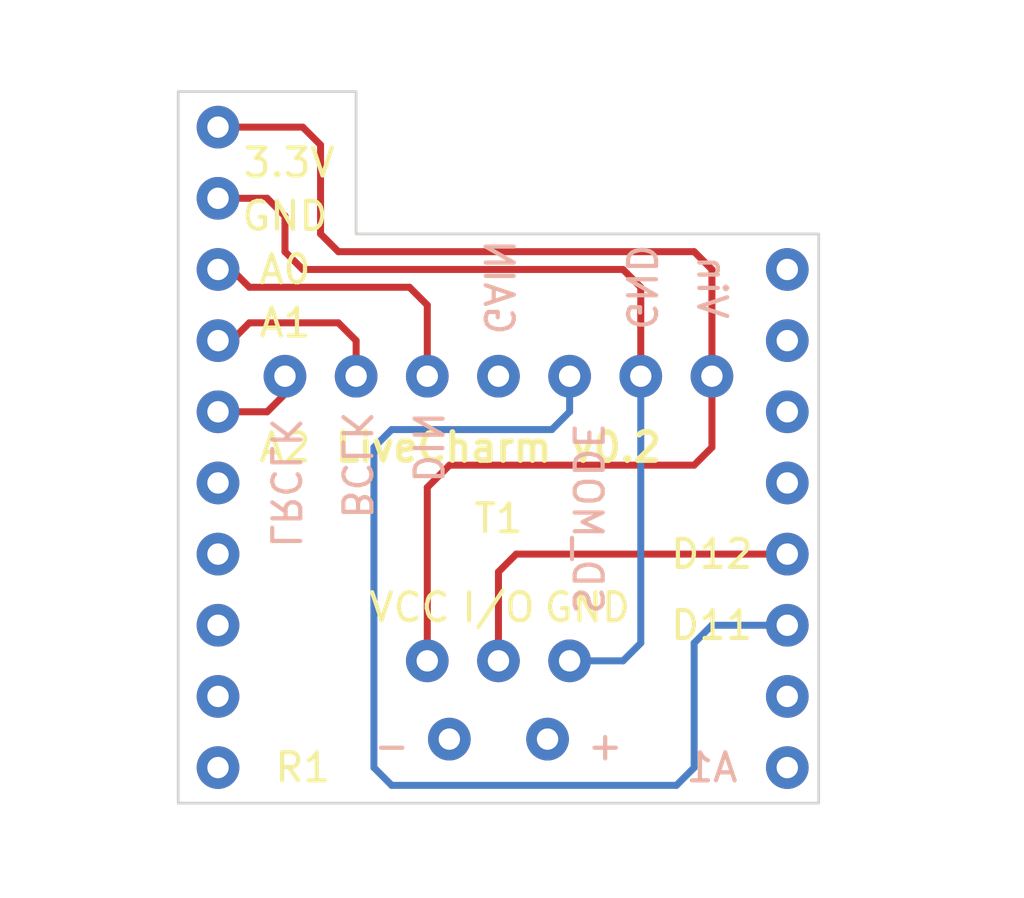
<source format=kicad_pcb>
(kicad_pcb (version 20211014) (generator pcbnew)
  (title_block (title "LiveCharm") (company "Yzwlab"))
  (layers (0 "F.Cu" signal) (31 "B.Cu" signal) (34 "B.Paste" user) (35 "F.Paste" user) (36 "B.SilkS" user "B.Silkscreen") (37 "F.SilkS" user "F.Silkscreen") (38 "B.Mask" user) (39 "F.Mask" user) (44 "Edge.Cuts" user))
  (net 0 "")
  (net 1 "Net-(A1-Pad1)")
  (net 2 "Net-(A1-Pad2)")
  (net 3 "Net-(A1-Pad3)")
  (net 5 "Net-(A1-Pad5)")
  (net 6 "Net-(A1-Pad6)")
  (net 7 "Net-(A1-Pad7)")
  (net 18 "Net-(R1-Pad21)")
  (footprint "adafruit_footprint:adafruit-feather-rp2040-pico" (layer "F.Cu") (at 123.34 80.01)
    (fp_text reference "R1" (at -7.135 0 unlocked) (layer "F.SilkS"))
    (fp_text value "adafruit-feather-rp2040-pico")
    (fp_text user "3.3V" (at -7.62 -21.59 unlocked) (layer "F.SilkS"))
    (fp_text user "A0" (at -7.77 -17.78 unlocked) (layer "F.SilkS"))
    (fp_text user "GND" (at -7.77 -19.685 unlocked) (layer "F.SilkS"))
    (fp_text user "A1" (at -7.77 -15.875 unlocked) (layer "F.SilkS"))
    (fp_text user "A2" (at -7.77 -11.43 unlocked) (layer "F.SilkS"))
    (pad "3" thru_hole circle (at -10.16 -22.86) (size 1.524 1.524) (drill 0.762) (layers *.Cu *.Mask) (net 1 "Net-(A1-Pad1)"))
    (pad "4" thru_hole circle (at -10.16 -20.32) (size 1.524 1.524) (drill 0.762) (layers *.Cu *.Mask) (net 2 "Net-(A1-Pad2)"))
    (pad "5" thru_hole circle (at -10.16 -17.78) (size 1.524 1.524) (drill 0.762) (layers *.Cu *.Mask) (net 5 "Net-(A1-Pad5)"))
    (pad "6" thru_hole circle (at -10.16 -15.24) (size 1.524 1.524) (drill 0.762) (layers *.Cu *.Mask) (net 6 "Net-(A1-Pad6)"))
    (pad "7" thru_hole circle (at -10.16 -12.7) (size 1.524 1.524) (drill 0.762) (layers *.Cu *.Mask) (net 7 "Net-(A1-Pad7)"))
    (pad "8" thru_hole circle (at -10.16 -10.16) (size 1.524 1.524) (drill 0.762) (layers *.Cu *.Mask))
    (pad "9" thru_hole circle (at -10.16 -7.62) (size 1.524 1.524) (drill 0.762) (layers *.Cu *.Mask))
    (pad "10" thru_hole circle (at -10.16 -5.08) (size 1.524 1.524) (drill 0.762) (layers *.Cu *.Mask))
    (pad "11" thru_hole circle (at -10.16 -2.54) (size 1.524 1.524) (drill 0.762) (layers *.Cu *.Mask))
    (pad "12" thru_hole circle (at -10.16 0) (size 1.524 1.524) (drill 0.762) (layers *.Cu *.Mask))
    (pad "17" thru_hole circle (at 10.16 -17.78) (size 1.524 1.524) (drill 0.762) (layers *.Cu *.Mask))
    (pad "18" thru_hole circle (at 10.16 -15.24) (size 1.524 1.524) (drill 0.762) (layers *.Cu *.Mask))
    (pad "19" thru_hole circle (at 10.16 -12.7) (size 1.524 1.524) (drill 0.762) (layers *.Cu *.Mask))
    (pad "20" thru_hole circle (at 10.16 -10.16) (size 1.524 1.524) (drill 0.762) (layers *.Cu *.Mask))
    (pad "21" thru_hole circle (at 10.16 -7.62) (size 1.524 1.524) (drill 0.762) (layers *.Cu *.Mask) (net 18 "Net-(R1-Pad21)"))
    (pad "22" thru_hole circle (at 10.16 -5.08) (size 1.524 1.524) (drill 0.762) (layers *.Cu *.Mask) (net 3 "Net-(A1-Pad3)"))
    (pad "23" thru_hole circle (at 10.16 -2.54) (size 1.524 1.524) (drill 0.762) (layers *.Cu *.Mask))
    (pad "24" thru_hole circle (at 10.16 0) (size 1.524 1.524) (drill 0.762) (layers *.Cu *.Mask))
  )
  (footprint "adafruit_footprint:adafruit-max98357-i2s-class-d-mono-amp" (layer "B.Cu") (at 123.19 73.66)
    (fp_text reference "A1" (at 7.62 6.35 unlocked) (layer "B.SilkS") (effects (justify mirror)))
    (fp_text value "adafruit-max98357-i2s-class-d-mono-amp")
    (fp_text user "GAIN" (at 0 -10.795 270 unlocked) (layer "B.SilkS") (effects (justify mirror)))
    (fp_text user "DIN" (at -2.54 -5.08 270 unlocked) (layer "B.SilkS") (effects (justify mirror)))
    (fp_text user "-" (at -3.81 5.715 180 unlocked) (layer "B.SilkS") (effects (justify mirror)))
    (fp_text user "Vin" (at 7.62 -10.795 -90 unlocked) (layer "B.SilkS") (effects (justify mirror)))
    (fp_text user "+" (at 3.81 5.715 180 unlocked) (layer "B.SilkS") (effects (justify mirror)))
    (fp_text user "GND" (at 5.08 -10.795 -90 unlocked) (layer "B.SilkS") (effects (justify mirror)))
    (fp_text user "LRCLK" (at -7.62 -3.81 270 unlocked) (layer "B.SilkS") (effects (justify mirror)))
    (fp_text user "BCLK" (at -5.08 -4.445 270 unlocked) (layer "B.SilkS") (effects (justify mirror)))
    (pad "1" thru_hole circle (at 7.62 -7.62) (size 1.524 1.524) (drill 0.762) (layers *.Cu *.Mask) (net 1 "Net-(A1-Pad1)"))
    (pad "2" thru_hole circle (at 5.08 -7.62) (size 1.524 1.524) (drill 0.762) (layers *.Cu *.Mask) (net 2 "Net-(A1-Pad2)"))
    (pad "3" thru_hole circle (at 2.54 -7.62) (size 1.524 1.524) (drill 0.762) (layers *.Cu *.Mask) (net 3 "Net-(A1-Pad3)"))
    (pad "4" thru_hole circle (at 0 -7.62) (size 1.524 1.524) (drill 0.762) (layers *.Cu *.Mask))
    (pad "5" thru_hole circle (at -2.54 -7.62) (size 1.524 1.524) (drill 0.762) (layers *.Cu *.Mask) (net 5 "Net-(A1-Pad5)"))
    (pad "6" thru_hole circle (at -5.08 -7.62) (size 1.524 1.524) (drill 0.762) (layers *.Cu *.Mask) (net 6 "Net-(A1-Pad6)"))
    (pad "7" thru_hole circle (at -7.62 -7.62) (size 1.524 1.524) (drill 0.762) (layers *.Cu *.Mask) (net 7 "Net-(A1-Pad7)"))
    (pad "8" thru_hole circle (at -1.7526 5.334) (size 1.524 1.524) (drill 0.762) (layers *.Cu *.Mask))
    (pad "9" thru_hole circle (at 1.7526 5.334) (size 1.524 1.524) (drill 0.762) (layers *.Cu *.Mask))
  )
  (footprint "kkhmf_footprint:KKHMF_TTP223" (layer "B.Cu") (at 123.19 73.66 180)
    (fp_text reference "T1" (at 0 2.54 unlocked) (layer "F.SilkS"))
    (fp_text value "KKHMF_TTP223")
    (fp_text user "GND" (at -3.175 -0.635 unlocked) (layer "F.SilkS"))
    (fp_text user "I/O" (at 0 -0.635 unlocked) (layer "F.SilkS"))
    (fp_text user "VCC" (at 3.175 -0.635 unlocked) (layer "F.SilkS"))
    (pad "1" thru_hole circle (at 2.54 -2.54 180) (size 1.524 1.524) (drill 0.762) (layers *.Cu *.Mask) (net 1 "Net-(A1-Pad1)"))
    (pad "2" thru_hole circle (at 0 -2.54 180) (size 1.524 1.524) (drill 0.762) (layers *.Cu *.Mask) (net 18 "Net-(R1-Pad21)"))
    (pad "3" thru_hole circle (at -2.54 -2.54 180) (size 1.524 1.524) (drill 0.762) (layers *.Cu *.Mask) (net 2 "Net-(A1-Pad2)"))
  )
  (gr_poly (pts (xy 118.11 60.96) (xy 134.62 60.96) (xy 134.62 81.28) (xy 111.76 81.28) (xy 111.76 55.88) (xy 118.11 55.88)) (layer "Edge.Cuts") (width 0.1) (fill none))
  (gr_text "SD_MODE" (at 126.365 71.12 270) (layer "B.SilkS") (effects (font (size 1 1)) (justify mirror)))
  (gr_text "LiveCharm v0.2" (at 123.19 68.58) (layer "F.SilkS") (effects (font (size 1 1) (thickness 0.2032))))
  (gr_text "D11" (at 130.81 74.93) (layer "F.SilkS") (effects (font (size 1 1))))
  (gr_text "D12\n" (at 130.81 72.39) (layer "F.SilkS") (effects (font (size 1 1))))
  (segment (start 120.65 76.2) (end 120.65 70.00875) (width 0.25) (layer "F.Cu") (net 1))
  (segment (start 121.44375 69.215) (end 130.175 69.215) (width 0.25) (layer "F.Cu") (net 1))
  (segment (start 116.84 57.785) (end 116.84 60.96) (width 0.25) (layer "F.Cu") (net 1))
  (segment (start 120.65 70.00875) (end 121.44375 69.215) (width 0.25) (layer "F.Cu") (net 1))
  (segment (start 116.84 60.96) (end 117.475 61.595) (width 0.25) (layer "F.Cu") (net 1))
  (segment (start 117.475 61.595) (end 130.175 61.595) (width 0.25) (layer "F.Cu") (net 1))
  (segment (start 130.175 69.215) (end 130.81 68.58) (width 0.25) (layer "F.Cu") (net 1))
  (segment (start 130.81 62.23) (end 130.81 66.04) (width 0.25) (layer "F.Cu") (net 1))
  (segment (start 116.205 57.15) (end 116.84 57.785) (width 0.25) (layer "F.Cu") (net 1))
  (segment (start 130.175 61.595) (end 130.81 62.23) (width 0.25) (layer "F.Cu") (net 1))
  (segment (start 113.18 57.15) (end 116.205 57.15) (width 0.25) (layer "F.Cu") (net 1))
  (segment (start 130.81 68.58) (end 130.81 66.04) (width 0.25) (layer "F.Cu") (net 1))
  (segment (start 127.635 62.23) (end 128.27 62.865) (width 0.25) (layer "F.Cu") (net 2))
  (segment (start 114.935 59.69) (end 115.57 60.325) (width 0.25) (layer "F.Cu") (net 2))
  (segment (start 115.57 60.325) (end 115.57 61.595) (width 0.25) (layer "F.Cu") (net 2))
  (segment (start 115.57 61.595) (end 116.205 62.23) (width 0.25) (layer "F.Cu") (net 2))
  (segment (start 116.205 62.23) (end 127.635 62.23) (width 0.25) (layer "F.Cu") (net 2))
  (segment (start 113.18 59.69) (end 114.935 59.69) (width 0.25) (layer "F.Cu") (net 2))
  (segment (start 128.27 62.865) (end 128.27 66.04) (width 0.25) (layer "F.Cu") (net 2))
  (segment (start 128.27 75.565) (end 128.27 66.04) (width 0.25) (layer "B.Cu") (net 2))
  (segment (start 127.635 76.2) (end 128.27 75.565) (width 0.25) (layer "B.Cu") (net 2))
  (segment (start 125.73 76.2) (end 127.635 76.2) (width 0.25) (layer "B.Cu") (net 2))
  (segment (start 130.81 74.93) (end 133.5 74.93) (width 0.25) (layer "B.Cu") (net 3))
  (segment (start 125.73 66.04) (end 125.73 67.31) (width 0.25) (layer "B.Cu") (net 3))
  (segment (start 130.175 80.01) (end 130.175 75.565) (width 0.25) (layer "B.Cu") (net 3))
  (segment (start 119.38 67.945) (end 118.745 68.58) (width 0.25) (layer "B.Cu") (net 3))
  (segment (start 129.54 80.645) (end 130.175 80.01) (width 0.25) (layer "B.Cu") (net 3))
  (segment (start 130.175 75.565) (end 130.81 74.93) (width 0.25) (layer "B.Cu") (net 3))
  (segment (start 125.73 67.31) (end 125.095 67.945) (width 0.25) (layer "B.Cu") (net 3))
  (segment (start 118.745 68.58) (end 118.745 80.01) (width 0.25) (layer "B.Cu") (net 3))
  (segment (start 118.745 80.01) (end 119.38 80.645) (width 0.25) (layer "B.Cu") (net 3))
  (segment (start 125.095 67.945) (end 119.38 67.945) (width 0.25) (layer "B.Cu") (net 3))
  (segment (start 119.38 80.645) (end 129.54 80.645) (width 0.25) (layer "B.Cu") (net 3))
  (segment (start 114.3 62.865) (end 120.015 62.865) (width 0.25) (layer "F.Cu") (net 5))
  (segment (start 113.665 62.23) (end 114.3 62.865) (width 0.25) (layer "F.Cu") (net 5))
  (segment (start 113.18 62.23) (end 113.665 62.23) (width 0.25) (layer "F.Cu") (net 5))
  (segment (start 120.65 63.5) (end 120.65 66.04) (width 0.25) (layer "F.Cu") (net 5))
  (segment (start 120.015 62.865) (end 120.65 63.5) (width 0.25) (layer "F.Cu") (net 5))
  (segment (start 117.475 64.135) (end 118.11 64.77) (width 0.25) (layer "F.Cu") (net 6))
  (segment (start 113.18 64.77) (end 113.665 64.77) (width 0.25) (layer "F.Cu") (net 6))
  (segment (start 114.3 64.135) (end 117.475 64.135) (width 0.25) (layer "F.Cu") (net 6))
  (segment (start 118.11 64.77) (end 118.11 66.04) (width 0.25) (layer "F.Cu") (net 6))
  (segment (start 113.665 64.77) (end 114.3 64.135) (width 0.25) (layer "F.Cu") (net 6))
  (segment (start 114.935 67.31) (end 115.57 66.675) (width 0.25) (layer "F.Cu") (net 7))
  (segment (start 113.18 67.31) (end 114.935 67.31) (width 0.25) (layer "F.Cu") (net 7))
  (segment (start 115.57 66.675) (end 115.57 66.04) (width 0.25) (layer "F.Cu") (net 7))
  (segment (start 123.19 73.025) (end 123.19 76.2) (width 0.25) (layer "F.Cu") (net 18))
  (segment (start 123.825 72.39) (end 123.19 73.025) (width 0.25) (layer "F.Cu") (net 18))
  (segment (start 133.5 72.39) (end 123.825 72.39) (width 0.25) (layer "F.Cu") (net 18))
)
</source>
